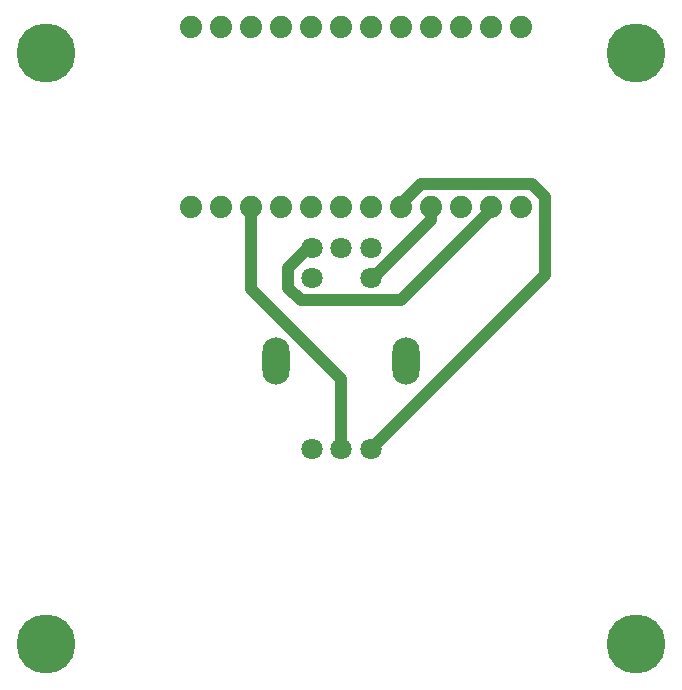
<source format=gbl>
G04 Layer: BottomLayer*
G04 EasyEDA v6.5.44, 2024-08-12 22:27:17*
G04 a969c8272e934fc59d291ef219c4aee1,8459dde1cedc4d0a992e2e80de75b1a7,10*
G04 Gerber Generator version 0.2*
G04 Scale: 100 percent, Rotated: No, Reflected: No *
G04 Dimensions in millimeters *
G04 leading zeros omitted , absolute positions ,4 integer and 5 decimal *
%FSLAX45Y45*%
%MOMM*%

%ADD10C,1.0000*%
%ADD11C,5.0000*%
%ADD12C,1.8796*%
%ADD13C,1.8000*%
%ADD14O,2.2999954X3.9999919999999998*%

%LPD*%
D10*
X2999993Y-3850004D02*
G01*
X2999993Y-3253257D01*
X2237993Y-2491257D01*
X2237993Y-1803400D01*
X3250006Y-2399995D02*
G01*
X3269995Y-2399995D01*
X3761993Y-1907997D01*
X3761993Y-1803400D01*
X2750007Y-2150008D02*
G01*
X2722219Y-2150008D01*
X2554376Y-2317851D01*
X2554376Y-2482799D01*
X2661843Y-2590266D01*
X3505834Y-2590266D01*
X4269993Y-1826107D01*
X4269993Y-1803400D01*
X3250006Y-3850004D02*
G01*
X4723917Y-2376093D01*
X4723917Y-1717903D01*
X4612792Y-1606778D01*
X3677310Y-1606778D01*
X3507993Y-1776095D01*
X3507993Y-1803400D01*
X2999993Y-3850004D02*
G01*
X2999993Y-3253257D01*
X2237993Y-2491257D01*
X2237993Y-1803400D01*
X3250006Y-2399995D02*
G01*
X3269995Y-2399995D01*
X3761993Y-1907997D01*
X3761993Y-1803400D01*
X2750007Y-2150008D02*
G01*
X2722219Y-2150008D01*
X2554376Y-2317851D01*
X2554376Y-2482799D01*
X2661843Y-2590266D01*
X3505834Y-2590266D01*
X4269993Y-1826107D01*
X4269993Y-1803400D01*
X3250006Y-3850004D02*
G01*
X4723917Y-2376093D01*
X4723917Y-1717903D01*
X4612792Y-1606778D01*
X3677310Y-1606778D01*
X3507993Y-1776095D01*
X3507993Y-1803400D01*
X3677310Y-1606778D02*
G01*
X3507993Y-1776095D01*
X3507993Y-1803400D01*
X4612792Y-1606778D02*
G01*
X3677310Y-1606778D01*
X3677310Y-1606778D02*
G01*
X3507993Y-1776095D01*
X3507993Y-1803400D01*
X4612792Y-1606778D02*
G01*
X3677310Y-1606778D01*
X4723917Y-1717903D02*
G01*
X4612792Y-1606778D01*
X4723917Y-1717903D02*
G01*
X4612792Y-1606778D01*
X4723917Y-2376093D02*
G01*
X4723917Y-1717903D01*
X4723917Y-2376093D02*
G01*
X4723917Y-1717903D01*
X3250006Y-3850004D02*
G01*
X4723917Y-2376093D01*
X3250006Y-3850004D02*
G01*
X4723917Y-2376093D01*
X3505834Y-2590266D02*
G01*
X4269993Y-1826107D01*
X4269993Y-1803400D01*
X2661843Y-2590266D02*
G01*
X3505834Y-2590266D01*
X3505834Y-2590266D02*
G01*
X4269993Y-1826107D01*
X4269993Y-1803400D01*
X2661843Y-2590266D02*
G01*
X3505834Y-2590266D01*
X2554376Y-2482799D02*
G01*
X2661843Y-2590266D01*
X2554376Y-2482799D02*
G01*
X2661843Y-2590266D01*
X2554376Y-2317851D02*
G01*
X2554376Y-2482799D01*
X2554376Y-2317851D02*
G01*
X2554376Y-2482799D01*
X2750007Y-2150008D02*
G01*
X2722219Y-2150008D01*
X2554376Y-2317851D01*
X2750007Y-2150008D02*
G01*
X2722219Y-2150008D01*
X2554376Y-2317851D01*
X3761993Y-1907997D02*
G01*
X3761993Y-1803400D01*
X3250006Y-2399995D02*
G01*
X3269995Y-2399995D01*
X3761993Y-1907997D01*
X3761993Y-1907997D02*
G01*
X3761993Y-1803400D01*
X3250006Y-2399995D02*
G01*
X3269995Y-2399995D01*
X3761993Y-1907997D01*
X2237993Y-2491257D02*
G01*
X2237993Y-1803400D01*
X2999993Y-3253257D02*
G01*
X2237993Y-2491257D01*
X2237993Y-2491257D02*
G01*
X2237993Y-1803400D01*
X2999993Y-3253257D02*
G01*
X2237993Y-2491257D01*
X2999993Y-3850004D02*
G01*
X2999993Y-3253257D01*
X2999993Y-3850004D02*
G01*
X2999993Y-3253257D01*
D11*
G01*
X499998Y-499998D03*
G01*
X5499988Y-499998D03*
G01*
X499998Y-5499988D03*
G01*
X5499988Y-5499988D03*
D12*
G01*
X4523993Y-1803400D03*
G01*
X4269993Y-1803400D03*
G01*
X4015993Y-1803400D03*
G01*
X3761993Y-1803400D03*
G01*
X3507993Y-1803400D03*
G01*
X3253993Y-1803400D03*
G01*
X2999993Y-1803400D03*
G01*
X2745993Y-1803400D03*
G01*
X2491993Y-1803400D03*
G01*
X2237993Y-1803400D03*
G01*
X1983993Y-1803400D03*
G01*
X1729994Y-1803400D03*
G01*
X1729994Y-279400D03*
G01*
X1983993Y-279400D03*
G01*
X2237993Y-279400D03*
G01*
X2491993Y-279400D03*
G01*
X2745993Y-279400D03*
G01*
X2999993Y-279400D03*
G01*
X3253993Y-279400D03*
G01*
X3507993Y-279400D03*
G01*
X3761993Y-279400D03*
G01*
X4015993Y-279400D03*
G01*
X4269993Y-279400D03*
G01*
X4523993Y-279400D03*
D13*
G01*
X2750007Y-3850004D03*
G01*
X2999993Y-3850004D03*
G01*
X3250006Y-3850004D03*
G01*
X2750007Y-2399995D03*
G01*
X3250006Y-2399995D03*
D14*
G01*
X3550005Y-3099993D03*
G01*
X2450007Y-3099993D03*
D13*
G01*
X2750007Y-2150008D03*
G01*
X3000019Y-2150008D03*
G01*
X3250006Y-2150008D03*
M02*

</source>
